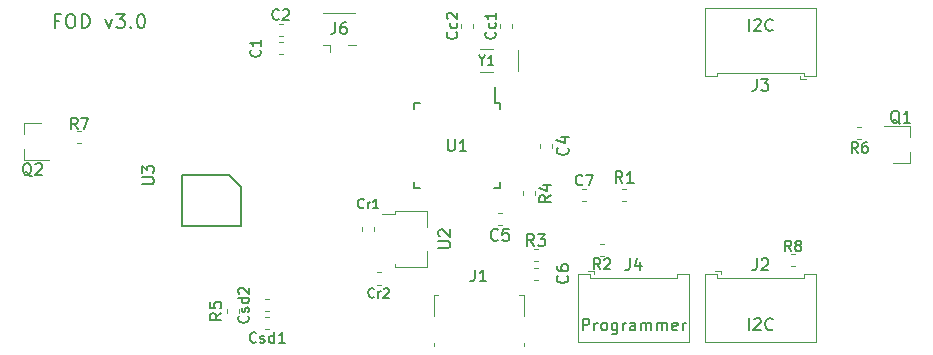
<source format=gto>
G04 #@! TF.GenerationSoftware,KiCad,Pcbnew,5.99.0-unknown-c7daca1~86~ubuntu18.04.1*
G04 #@! TF.CreationDate,2020-03-27T13:13:07-03:00*
G04 #@! TF.ProjectId,FOD,464f442e-6b69-4636-9164-5f7063625858,rev?*
G04 #@! TF.SameCoordinates,Original*
G04 #@! TF.FileFunction,Legend,Top*
G04 #@! TF.FilePolarity,Positive*
%FSLAX46Y46*%
G04 Gerber Fmt 4.6, Leading zero omitted, Abs format (unit mm)*
G04 Created by KiCad (PCBNEW 5.99.0-unknown-c7daca1~86~ubuntu18.04.1) date 2020-03-27 13:13:07*
%MOMM*%
%LPD*%
G01*
G04 APERTURE LIST*
%ADD10C,0.200000*%
%ADD11C,0.120000*%
%ADD12C,0.150000*%
G04 APERTURE END LIST*
D10*
X106750000Y-81414285D02*
X106350000Y-81414285D01*
X106350000Y-82042857D02*
X106350000Y-80842857D01*
X106921428Y-80842857D01*
X107607142Y-80842857D02*
X107835714Y-80842857D01*
X107950000Y-80900000D01*
X108064285Y-81014285D01*
X108121428Y-81242857D01*
X108121428Y-81642857D01*
X108064285Y-81871428D01*
X107950000Y-81985714D01*
X107835714Y-82042857D01*
X107607142Y-82042857D01*
X107492857Y-81985714D01*
X107378571Y-81871428D01*
X107321428Y-81642857D01*
X107321428Y-81242857D01*
X107378571Y-81014285D01*
X107492857Y-80900000D01*
X107607142Y-80842857D01*
X108635714Y-82042857D02*
X108635714Y-80842857D01*
X108921428Y-80842857D01*
X109092857Y-80900000D01*
X109207142Y-81014285D01*
X109264285Y-81128571D01*
X109321428Y-81357142D01*
X109321428Y-81528571D01*
X109264285Y-81757142D01*
X109207142Y-81871428D01*
X109092857Y-81985714D01*
X108921428Y-82042857D01*
X108635714Y-82042857D01*
X110635714Y-81242857D02*
X110921428Y-82042857D01*
X111207142Y-81242857D01*
X111550000Y-80842857D02*
X112292857Y-80842857D01*
X111892857Y-81300000D01*
X112064285Y-81300000D01*
X112178571Y-81357142D01*
X112235714Y-81414285D01*
X112292857Y-81528571D01*
X112292857Y-81814285D01*
X112235714Y-81928571D01*
X112178571Y-81985714D01*
X112064285Y-82042857D01*
X111721428Y-82042857D01*
X111607142Y-81985714D01*
X111550000Y-81928571D01*
X112807142Y-81928571D02*
X112864285Y-81985714D01*
X112807142Y-82042857D01*
X112750000Y-81985714D01*
X112807142Y-81928571D01*
X112807142Y-82042857D01*
X113607142Y-80842857D02*
X113721428Y-80842857D01*
X113835714Y-80900000D01*
X113892857Y-80957142D01*
X113950000Y-81071428D01*
X114007142Y-81300000D01*
X114007142Y-81585714D01*
X113950000Y-81814285D01*
X113892857Y-81928571D01*
X113835714Y-81985714D01*
X113721428Y-82042857D01*
X113607142Y-82042857D01*
X113492857Y-81985714D01*
X113435714Y-81928571D01*
X113378571Y-81814285D01*
X113321428Y-81585714D01*
X113321428Y-81300000D01*
X113378571Y-81071428D01*
X113435714Y-80957142D01*
X113492857Y-80900000D01*
X113607142Y-80842857D01*
D11*
X168703733Y-101190000D02*
X169046267Y-101190000D01*
X168703733Y-102210000D02*
X169046267Y-102210000D01*
X145625000Y-85700000D02*
X145625000Y-83900000D01*
X143475000Y-83850000D02*
X142375000Y-83850000D01*
X143475000Y-85750000D02*
X142375000Y-85750000D01*
D12*
X122150000Y-95500000D02*
X121150000Y-94500000D01*
X117150000Y-94500000D02*
X121150000Y-94500000D01*
X122150000Y-95500000D02*
X122150000Y-98800000D01*
X122150000Y-98800000D02*
X117130480Y-98800000D01*
X117150000Y-98800000D02*
X117150000Y-94500000D01*
D11*
X135190000Y-102260000D02*
X135190000Y-102030000D01*
X135190000Y-97540000D02*
X135190000Y-97770000D01*
X135190000Y-97540000D02*
X137910000Y-97540000D01*
X137910000Y-97540000D02*
X137910000Y-98850000D01*
X134050000Y-97770000D02*
X135190000Y-97770000D01*
X137910000Y-102260000D02*
X135190000Y-102260000D01*
X137910000Y-100950000D02*
X137910000Y-102260000D01*
D12*
X143625000Y-88375000D02*
X143625000Y-87000000D01*
X144050000Y-95625000D02*
X144050000Y-95100000D01*
X136800000Y-95625000D02*
X136800000Y-95100000D01*
X136800000Y-88375000D02*
X136800000Y-88900000D01*
X144050000Y-88375000D02*
X144050000Y-88900000D01*
X136800000Y-88375000D02*
X137325000Y-88375000D01*
X136800000Y-95625000D02*
X137325000Y-95625000D01*
X144050000Y-95625000D02*
X143525000Y-95625000D01*
X144050000Y-88375000D02*
X143625000Y-88375000D01*
D11*
X108278733Y-91810000D02*
X108621267Y-91810000D01*
X108278733Y-90790000D02*
X108621267Y-90790000D01*
X174671267Y-90440000D02*
X174328733Y-90440000D01*
X174671267Y-91460000D02*
X174328733Y-91460000D01*
X121960000Y-106171267D02*
X121960000Y-105828733D01*
X120940000Y-106171267D02*
X120940000Y-105828733D01*
X145990000Y-95878733D02*
X145990000Y-96221267D01*
X147010000Y-95878733D02*
X147010000Y-96221267D01*
X147271267Y-100790000D02*
X146928733Y-100790000D01*
X147271267Y-101810000D02*
X146928733Y-101810000D01*
X152871267Y-100290000D02*
X152528733Y-100290000D01*
X152871267Y-101310000D02*
X152528733Y-101310000D01*
X154428733Y-96660000D02*
X154771267Y-96660000D01*
X154428733Y-95640000D02*
X154771267Y-95640000D01*
X103740000Y-90070000D02*
X105200000Y-90070000D01*
X103740000Y-93230000D02*
X105900000Y-93230000D01*
X103740000Y-93230000D02*
X103740000Y-92300000D01*
X103740000Y-90070000D02*
X103740000Y-91000000D01*
X178760000Y-93480000D02*
X177300000Y-93480000D01*
X178760000Y-90320000D02*
X176600000Y-90320000D01*
X178760000Y-90320000D02*
X178760000Y-91250000D01*
X178760000Y-93480000D02*
X178760000Y-92550000D01*
X129050000Y-83485000D02*
X129690000Y-83485000D01*
X131850000Y-83485000D02*
X131210000Y-83485000D01*
X129690000Y-83485000D02*
X129690000Y-84115000D01*
X129100000Y-80765000D02*
X131800000Y-80765000D01*
X160110000Y-108610000D02*
X155375000Y-108610000D01*
X160110000Y-102890000D02*
X160110000Y-108610000D01*
X159040000Y-102890000D02*
X160110000Y-102890000D01*
X159040000Y-103190000D02*
X159040000Y-102890000D01*
X155375000Y-103190000D02*
X159040000Y-103190000D01*
X150640000Y-108610000D02*
X155375000Y-108610000D01*
X150640000Y-102890000D02*
X150640000Y-108610000D01*
X151710000Y-102890000D02*
X150640000Y-102890000D01*
X151710000Y-103190000D02*
X151710000Y-102890000D01*
X155375000Y-103190000D02*
X151710000Y-103190000D01*
X152000000Y-102600000D02*
X151500000Y-102600000D01*
X152000000Y-102900000D02*
X152000000Y-102600000D01*
X161390000Y-80390000D02*
X166125000Y-80390000D01*
X161390000Y-86110000D02*
X161390000Y-80390000D01*
X162460000Y-86110000D02*
X161390000Y-86110000D01*
X162460000Y-85810000D02*
X162460000Y-86110000D01*
X166125000Y-85810000D02*
X162460000Y-85810000D01*
X170860000Y-80390000D02*
X166125000Y-80390000D01*
X170860000Y-86110000D02*
X170860000Y-80390000D01*
X169790000Y-86110000D02*
X170860000Y-86110000D01*
X169790000Y-85810000D02*
X169790000Y-86110000D01*
X166125000Y-85810000D02*
X169790000Y-85810000D01*
X169500000Y-86400000D02*
X170000000Y-86400000D01*
X169500000Y-86100000D02*
X169500000Y-86400000D01*
X170860000Y-108610000D02*
X166125000Y-108610000D01*
X170860000Y-102890000D02*
X170860000Y-108610000D01*
X169790000Y-102890000D02*
X170860000Y-102890000D01*
X169790000Y-103190000D02*
X169790000Y-102890000D01*
X166125000Y-103190000D02*
X169790000Y-103190000D01*
X161390000Y-108610000D02*
X166125000Y-108610000D01*
X161390000Y-102890000D02*
X161390000Y-108610000D01*
X162460000Y-102890000D02*
X161390000Y-102890000D01*
X162460000Y-103190000D02*
X162460000Y-102890000D01*
X166125000Y-103190000D02*
X162460000Y-103190000D01*
X162750000Y-102600000D02*
X162250000Y-102600000D01*
X162750000Y-102900000D02*
X162750000Y-102600000D01*
X138440000Y-108950000D02*
X138440000Y-108690000D01*
X138440000Y-106410000D02*
X138440000Y-104640000D01*
X138440000Y-104640000D02*
X138820000Y-104640000D01*
X146060000Y-104640000D02*
X146060000Y-106410000D01*
X146060000Y-108690000D02*
X146060000Y-108950000D01*
X146060000Y-104640000D02*
X145680000Y-104640000D01*
X124178733Y-106010000D02*
X124521267Y-106010000D01*
X124178733Y-104990000D02*
X124521267Y-104990000D01*
X124178733Y-107560000D02*
X124521267Y-107560000D01*
X124178733Y-106540000D02*
X124521267Y-106540000D01*
X133971267Y-102740000D02*
X133628733Y-102740000D01*
X133971267Y-103760000D02*
X133628733Y-103760000D01*
X133410000Y-99221267D02*
X133410000Y-98878733D01*
X132390000Y-99221267D02*
X132390000Y-98878733D01*
X141810000Y-82021267D02*
X141810000Y-81678733D01*
X140790000Y-82021267D02*
X140790000Y-81678733D01*
X145060000Y-82021267D02*
X145060000Y-81678733D01*
X144040000Y-82021267D02*
X144040000Y-81678733D01*
X151371267Y-95640000D02*
X151028733Y-95640000D01*
X151371267Y-96660000D02*
X151028733Y-96660000D01*
X147271267Y-102340000D02*
X146928733Y-102340000D01*
X147271267Y-103360000D02*
X146928733Y-103360000D01*
X144221267Y-97740000D02*
X143878733Y-97740000D01*
X144221267Y-98760000D02*
X143878733Y-98760000D01*
X147490000Y-91828733D02*
X147490000Y-92171267D01*
X148510000Y-91828733D02*
X148510000Y-92171267D01*
X125328733Y-82710000D02*
X125671267Y-82710000D01*
X125328733Y-81690000D02*
X125671267Y-81690000D01*
X125328733Y-84260000D02*
X125671267Y-84260000D01*
X125328733Y-83240000D02*
X125671267Y-83240000D01*
D12*
X168725000Y-100957142D02*
X168425000Y-100528571D01*
X168210714Y-100957142D02*
X168210714Y-100057142D01*
X168553571Y-100057142D01*
X168639285Y-100100000D01*
X168682142Y-100142857D01*
X168725000Y-100228571D01*
X168725000Y-100357142D01*
X168682142Y-100442857D01*
X168639285Y-100485714D01*
X168553571Y-100528571D01*
X168210714Y-100528571D01*
X169239285Y-100442857D02*
X169153571Y-100400000D01*
X169110714Y-100357142D01*
X169067857Y-100271428D01*
X169067857Y-100228571D01*
X169110714Y-100142857D01*
X169153571Y-100100000D01*
X169239285Y-100057142D01*
X169410714Y-100057142D01*
X169496428Y-100100000D01*
X169539285Y-100142857D01*
X169582142Y-100228571D01*
X169582142Y-100271428D01*
X169539285Y-100357142D01*
X169496428Y-100400000D01*
X169410714Y-100442857D01*
X169239285Y-100442857D01*
X169153571Y-100485714D01*
X169110714Y-100528571D01*
X169067857Y-100614285D01*
X169067857Y-100785714D01*
X169110714Y-100871428D01*
X169153571Y-100914285D01*
X169239285Y-100957142D01*
X169410714Y-100957142D01*
X169496428Y-100914285D01*
X169539285Y-100871428D01*
X169582142Y-100785714D01*
X169582142Y-100614285D01*
X169539285Y-100528571D01*
X169496428Y-100485714D01*
X169410714Y-100442857D01*
X142544047Y-84780952D02*
X142544047Y-85161904D01*
X142277380Y-84361904D02*
X142544047Y-84780952D01*
X142810714Y-84361904D01*
X143496428Y-85161904D02*
X143039285Y-85161904D01*
X143267857Y-85161904D02*
X143267857Y-84361904D01*
X143191666Y-84476190D01*
X143115476Y-84552380D01*
X143039285Y-84590476D01*
X113773620Y-95264444D02*
X114583144Y-95264444D01*
X114678382Y-95216825D01*
X114726001Y-95169206D01*
X114773620Y-95073968D01*
X114773620Y-94883492D01*
X114726001Y-94788254D01*
X114678382Y-94740635D01*
X114583144Y-94693016D01*
X113773620Y-94693016D01*
X113773620Y-94312063D02*
X113773620Y-93693016D01*
X114154573Y-94026349D01*
X114154573Y-93883492D01*
X114202192Y-93788254D01*
X114249811Y-93740635D01*
X114345049Y-93693016D01*
X114583144Y-93693016D01*
X114678382Y-93740635D01*
X114726001Y-93788254D01*
X114773620Y-93883492D01*
X114773620Y-94169206D01*
X114726001Y-94264444D01*
X114678382Y-94312063D01*
X138852380Y-100661904D02*
X139661904Y-100661904D01*
X139757142Y-100614285D01*
X139804761Y-100566666D01*
X139852380Y-100471428D01*
X139852380Y-100280952D01*
X139804761Y-100185714D01*
X139757142Y-100138095D01*
X139661904Y-100090476D01*
X138852380Y-100090476D01*
X138947619Y-99661904D02*
X138900000Y-99614285D01*
X138852380Y-99519047D01*
X138852380Y-99280952D01*
X138900000Y-99185714D01*
X138947619Y-99138095D01*
X139042857Y-99090476D01*
X139138095Y-99090476D01*
X139280952Y-99138095D01*
X139852380Y-99709523D01*
X139852380Y-99090476D01*
X139643095Y-91452380D02*
X139643095Y-92261904D01*
X139690714Y-92357142D01*
X139738333Y-92404761D01*
X139833571Y-92452380D01*
X140024047Y-92452380D01*
X140119285Y-92404761D01*
X140166904Y-92357142D01*
X140214523Y-92261904D01*
X140214523Y-91452380D01*
X141214523Y-92452380D02*
X140643095Y-92452380D01*
X140928809Y-92452380D02*
X140928809Y-91452380D01*
X140833571Y-91595238D01*
X140738333Y-91690476D01*
X140643095Y-91738095D01*
X108300000Y-90557142D02*
X108000000Y-90128571D01*
X107785714Y-90557142D02*
X107785714Y-89657142D01*
X108128571Y-89657142D01*
X108214285Y-89700000D01*
X108257142Y-89742857D01*
X108300000Y-89828571D01*
X108300000Y-89957142D01*
X108257142Y-90042857D01*
X108214285Y-90085714D01*
X108128571Y-90128571D01*
X107785714Y-90128571D01*
X108600000Y-89657142D02*
X109200000Y-89657142D01*
X108814285Y-90557142D01*
X174350000Y-92607142D02*
X174050000Y-92178571D01*
X173835714Y-92607142D02*
X173835714Y-91707142D01*
X174178571Y-91707142D01*
X174264285Y-91750000D01*
X174307142Y-91792857D01*
X174350000Y-91878571D01*
X174350000Y-92007142D01*
X174307142Y-92092857D01*
X174264285Y-92135714D01*
X174178571Y-92178571D01*
X173835714Y-92178571D01*
X175121428Y-91707142D02*
X174950000Y-91707142D01*
X174864285Y-91750000D01*
X174821428Y-91792857D01*
X174735714Y-91921428D01*
X174692857Y-92092857D01*
X174692857Y-92435714D01*
X174735714Y-92521428D01*
X174778571Y-92564285D01*
X174864285Y-92607142D01*
X175035714Y-92607142D01*
X175121428Y-92564285D01*
X175164285Y-92521428D01*
X175207142Y-92435714D01*
X175207142Y-92221428D01*
X175164285Y-92135714D01*
X175121428Y-92092857D01*
X175035714Y-92050000D01*
X174864285Y-92050000D01*
X174778571Y-92092857D01*
X174735714Y-92135714D01*
X174692857Y-92221428D01*
X120472380Y-106166666D02*
X119996190Y-106500000D01*
X120472380Y-106738095D02*
X119472380Y-106738095D01*
X119472380Y-106357142D01*
X119520000Y-106261904D01*
X119567619Y-106214285D01*
X119662857Y-106166666D01*
X119805714Y-106166666D01*
X119900952Y-106214285D01*
X119948571Y-106261904D01*
X119996190Y-106357142D01*
X119996190Y-106738095D01*
X119472380Y-105261904D02*
X119472380Y-105738095D01*
X119948571Y-105785714D01*
X119900952Y-105738095D01*
X119853333Y-105642857D01*
X119853333Y-105404761D01*
X119900952Y-105309523D01*
X119948571Y-105261904D01*
X120043809Y-105214285D01*
X120281904Y-105214285D01*
X120377142Y-105261904D01*
X120424761Y-105309523D01*
X120472380Y-105404761D01*
X120472380Y-105642857D01*
X120424761Y-105738095D01*
X120377142Y-105785714D01*
X148382380Y-96216666D02*
X147906190Y-96550000D01*
X148382380Y-96788095D02*
X147382380Y-96788095D01*
X147382380Y-96407142D01*
X147430000Y-96311904D01*
X147477619Y-96264285D01*
X147572857Y-96216666D01*
X147715714Y-96216666D01*
X147810952Y-96264285D01*
X147858571Y-96311904D01*
X147906190Y-96407142D01*
X147906190Y-96788095D01*
X147715714Y-95359523D02*
X148382380Y-95359523D01*
X147334761Y-95597619D02*
X148049047Y-95835714D01*
X148049047Y-95216666D01*
X146933333Y-100502380D02*
X146600000Y-100026190D01*
X146361904Y-100502380D02*
X146361904Y-99502380D01*
X146742857Y-99502380D01*
X146838095Y-99550000D01*
X146885714Y-99597619D01*
X146933333Y-99692857D01*
X146933333Y-99835714D01*
X146885714Y-99930952D01*
X146838095Y-99978571D01*
X146742857Y-100026190D01*
X146361904Y-100026190D01*
X147266666Y-99502380D02*
X147885714Y-99502380D01*
X147552380Y-99883333D01*
X147695238Y-99883333D01*
X147790476Y-99930952D01*
X147838095Y-99978571D01*
X147885714Y-100073809D01*
X147885714Y-100311904D01*
X147838095Y-100407142D01*
X147790476Y-100454761D01*
X147695238Y-100502380D01*
X147409523Y-100502380D01*
X147314285Y-100454761D01*
X147266666Y-100407142D01*
X152550000Y-102457142D02*
X152250000Y-102028571D01*
X152035714Y-102457142D02*
X152035714Y-101557142D01*
X152378571Y-101557142D01*
X152464285Y-101600000D01*
X152507142Y-101642857D01*
X152550000Y-101728571D01*
X152550000Y-101857142D01*
X152507142Y-101942857D01*
X152464285Y-101985714D01*
X152378571Y-102028571D01*
X152035714Y-102028571D01*
X152892857Y-101642857D02*
X152935714Y-101600000D01*
X153021428Y-101557142D01*
X153235714Y-101557142D01*
X153321428Y-101600000D01*
X153364285Y-101642857D01*
X153407142Y-101728571D01*
X153407142Y-101814285D01*
X153364285Y-101942857D01*
X152850000Y-102457142D01*
X153407142Y-102457142D01*
X154433333Y-95172380D02*
X154100000Y-94696190D01*
X153861904Y-95172380D02*
X153861904Y-94172380D01*
X154242857Y-94172380D01*
X154338095Y-94220000D01*
X154385714Y-94267619D01*
X154433333Y-94362857D01*
X154433333Y-94505714D01*
X154385714Y-94600952D01*
X154338095Y-94648571D01*
X154242857Y-94696190D01*
X153861904Y-94696190D01*
X155385714Y-95172380D02*
X154814285Y-95172380D01*
X155100000Y-95172380D02*
X155100000Y-94172380D01*
X155004761Y-94315238D01*
X154909523Y-94410476D01*
X154814285Y-94458095D01*
X104404761Y-94597619D02*
X104309523Y-94550000D01*
X104214285Y-94454761D01*
X104071428Y-94311904D01*
X103976190Y-94264285D01*
X103880952Y-94264285D01*
X103928571Y-94502380D02*
X103833333Y-94454761D01*
X103738095Y-94359523D01*
X103690476Y-94169047D01*
X103690476Y-93835714D01*
X103738095Y-93645238D01*
X103833333Y-93550000D01*
X103928571Y-93502380D01*
X104119047Y-93502380D01*
X104214285Y-93550000D01*
X104309523Y-93645238D01*
X104357142Y-93835714D01*
X104357142Y-94169047D01*
X104309523Y-94359523D01*
X104214285Y-94454761D01*
X104119047Y-94502380D01*
X103928571Y-94502380D01*
X104738095Y-93597619D02*
X104785714Y-93550000D01*
X104880952Y-93502380D01*
X105119047Y-93502380D01*
X105214285Y-93550000D01*
X105261904Y-93597619D01*
X105309523Y-93692857D01*
X105309523Y-93788095D01*
X105261904Y-93930952D01*
X104690476Y-94502380D01*
X105309523Y-94502380D01*
X177904761Y-90147619D02*
X177809523Y-90100000D01*
X177714285Y-90004761D01*
X177571428Y-89861904D01*
X177476190Y-89814285D01*
X177380952Y-89814285D01*
X177428571Y-90052380D02*
X177333333Y-90004761D01*
X177238095Y-89909523D01*
X177190476Y-89719047D01*
X177190476Y-89385714D01*
X177238095Y-89195238D01*
X177333333Y-89100000D01*
X177428571Y-89052380D01*
X177619047Y-89052380D01*
X177714285Y-89100000D01*
X177809523Y-89195238D01*
X177857142Y-89385714D01*
X177857142Y-89719047D01*
X177809523Y-89909523D01*
X177714285Y-90004761D01*
X177619047Y-90052380D01*
X177428571Y-90052380D01*
X178809523Y-90052380D02*
X178238095Y-90052380D01*
X178523809Y-90052380D02*
X178523809Y-89052380D01*
X178428571Y-89195238D01*
X178333333Y-89290476D01*
X178238095Y-89338095D01*
X130116666Y-81552380D02*
X130116666Y-82266666D01*
X130069047Y-82409523D01*
X129973809Y-82504761D01*
X129830952Y-82552380D01*
X129735714Y-82552380D01*
X131021428Y-81552380D02*
X130830952Y-81552380D01*
X130735714Y-81600000D01*
X130688095Y-81647619D01*
X130592857Y-81790476D01*
X130545238Y-81980952D01*
X130545238Y-82361904D01*
X130592857Y-82457142D01*
X130640476Y-82504761D01*
X130735714Y-82552380D01*
X130926190Y-82552380D01*
X131021428Y-82504761D01*
X131069047Y-82457142D01*
X131116666Y-82361904D01*
X131116666Y-82123809D01*
X131069047Y-82028571D01*
X131021428Y-81980952D01*
X130926190Y-81933333D01*
X130735714Y-81933333D01*
X130640476Y-81980952D01*
X130592857Y-82028571D01*
X130545238Y-82123809D01*
X155036666Y-101552380D02*
X155036666Y-102266666D01*
X154989047Y-102409523D01*
X154893809Y-102504761D01*
X154750952Y-102552380D01*
X154655714Y-102552380D01*
X155941428Y-101885714D02*
X155941428Y-102552380D01*
X155703333Y-101504761D02*
X155465238Y-102219047D01*
X156084285Y-102219047D01*
X151060476Y-107652380D02*
X151060476Y-106652380D01*
X151441428Y-106652380D01*
X151536666Y-106700000D01*
X151584285Y-106747619D01*
X151631904Y-106842857D01*
X151631904Y-106985714D01*
X151584285Y-107080952D01*
X151536666Y-107128571D01*
X151441428Y-107176190D01*
X151060476Y-107176190D01*
X152060476Y-107652380D02*
X152060476Y-106985714D01*
X152060476Y-107176190D02*
X152108095Y-107080952D01*
X152155714Y-107033333D01*
X152250952Y-106985714D01*
X152346190Y-106985714D01*
X152822380Y-107652380D02*
X152727142Y-107604761D01*
X152679523Y-107557142D01*
X152631904Y-107461904D01*
X152631904Y-107176190D01*
X152679523Y-107080952D01*
X152727142Y-107033333D01*
X152822380Y-106985714D01*
X152965238Y-106985714D01*
X153060476Y-107033333D01*
X153108095Y-107080952D01*
X153155714Y-107176190D01*
X153155714Y-107461904D01*
X153108095Y-107557142D01*
X153060476Y-107604761D01*
X152965238Y-107652380D01*
X152822380Y-107652380D01*
X154012857Y-106985714D02*
X154012857Y-107795238D01*
X153965238Y-107890476D01*
X153917619Y-107938095D01*
X153822380Y-107985714D01*
X153679523Y-107985714D01*
X153584285Y-107938095D01*
X154012857Y-107604761D02*
X153917619Y-107652380D01*
X153727142Y-107652380D01*
X153631904Y-107604761D01*
X153584285Y-107557142D01*
X153536666Y-107461904D01*
X153536666Y-107176190D01*
X153584285Y-107080952D01*
X153631904Y-107033333D01*
X153727142Y-106985714D01*
X153917619Y-106985714D01*
X154012857Y-107033333D01*
X154489047Y-107652380D02*
X154489047Y-106985714D01*
X154489047Y-107176190D02*
X154536666Y-107080952D01*
X154584285Y-107033333D01*
X154679523Y-106985714D01*
X154774761Y-106985714D01*
X155536666Y-107652380D02*
X155536666Y-107128571D01*
X155489047Y-107033333D01*
X155393809Y-106985714D01*
X155203333Y-106985714D01*
X155108095Y-107033333D01*
X155536666Y-107604761D02*
X155441428Y-107652380D01*
X155203333Y-107652380D01*
X155108095Y-107604761D01*
X155060476Y-107509523D01*
X155060476Y-107414285D01*
X155108095Y-107319047D01*
X155203333Y-107271428D01*
X155441428Y-107271428D01*
X155536666Y-107223809D01*
X156012857Y-107652380D02*
X156012857Y-106985714D01*
X156012857Y-107080952D02*
X156060476Y-107033333D01*
X156155714Y-106985714D01*
X156298571Y-106985714D01*
X156393809Y-107033333D01*
X156441428Y-107128571D01*
X156441428Y-107652380D01*
X156441428Y-107128571D02*
X156489047Y-107033333D01*
X156584285Y-106985714D01*
X156727142Y-106985714D01*
X156822380Y-107033333D01*
X156870000Y-107128571D01*
X156870000Y-107652380D01*
X157346190Y-107652380D02*
X157346190Y-106985714D01*
X157346190Y-107080952D02*
X157393809Y-107033333D01*
X157489047Y-106985714D01*
X157631904Y-106985714D01*
X157727142Y-107033333D01*
X157774761Y-107128571D01*
X157774761Y-107652380D01*
X157774761Y-107128571D02*
X157822380Y-107033333D01*
X157917619Y-106985714D01*
X158060476Y-106985714D01*
X158155714Y-107033333D01*
X158203333Y-107128571D01*
X158203333Y-107652380D01*
X159060476Y-107604761D02*
X158965238Y-107652380D01*
X158774761Y-107652380D01*
X158679523Y-107604761D01*
X158631904Y-107509523D01*
X158631904Y-107128571D01*
X158679523Y-107033333D01*
X158774761Y-106985714D01*
X158965238Y-106985714D01*
X159060476Y-107033333D01*
X159108095Y-107128571D01*
X159108095Y-107223809D01*
X158631904Y-107319047D01*
X159536666Y-107652380D02*
X159536666Y-106985714D01*
X159536666Y-107176190D02*
X159584285Y-107080952D01*
X159631904Y-107033333D01*
X159727142Y-106985714D01*
X159822380Y-106985714D01*
X165796666Y-86352380D02*
X165796666Y-87066666D01*
X165749047Y-87209523D01*
X165653809Y-87304761D01*
X165510952Y-87352380D01*
X165415714Y-87352380D01*
X166177619Y-86352380D02*
X166796666Y-86352380D01*
X166463333Y-86733333D01*
X166606190Y-86733333D01*
X166701428Y-86780952D01*
X166749047Y-86828571D01*
X166796666Y-86923809D01*
X166796666Y-87161904D01*
X166749047Y-87257142D01*
X166701428Y-87304761D01*
X166606190Y-87352380D01*
X166320476Y-87352380D01*
X166225238Y-87304761D01*
X166177619Y-87257142D01*
X165153809Y-82282380D02*
X165153809Y-81282380D01*
X165582380Y-81377619D02*
X165630000Y-81330000D01*
X165725238Y-81282380D01*
X165963333Y-81282380D01*
X166058571Y-81330000D01*
X166106190Y-81377619D01*
X166153809Y-81472857D01*
X166153809Y-81568095D01*
X166106190Y-81710952D01*
X165534761Y-82282380D01*
X166153809Y-82282380D01*
X167153809Y-82187142D02*
X167106190Y-82234761D01*
X166963333Y-82282380D01*
X166868095Y-82282380D01*
X166725238Y-82234761D01*
X166630000Y-82139523D01*
X166582380Y-82044285D01*
X166534761Y-81853809D01*
X166534761Y-81710952D01*
X166582380Y-81520476D01*
X166630000Y-81425238D01*
X166725238Y-81330000D01*
X166868095Y-81282380D01*
X166963333Y-81282380D01*
X167106190Y-81330000D01*
X167153809Y-81377619D01*
X165786666Y-101552380D02*
X165786666Y-102266666D01*
X165739047Y-102409523D01*
X165643809Y-102504761D01*
X165500952Y-102552380D01*
X165405714Y-102552380D01*
X166215238Y-101647619D02*
X166262857Y-101600000D01*
X166358095Y-101552380D01*
X166596190Y-101552380D01*
X166691428Y-101600000D01*
X166739047Y-101647619D01*
X166786666Y-101742857D01*
X166786666Y-101838095D01*
X166739047Y-101980952D01*
X166167619Y-102552380D01*
X166786666Y-102552380D01*
X165143809Y-107622380D02*
X165143809Y-106622380D01*
X165572380Y-106717619D02*
X165620000Y-106670000D01*
X165715238Y-106622380D01*
X165953333Y-106622380D01*
X166048571Y-106670000D01*
X166096190Y-106717619D01*
X166143809Y-106812857D01*
X166143809Y-106908095D01*
X166096190Y-107050952D01*
X165524761Y-107622380D01*
X166143809Y-107622380D01*
X167143809Y-107527142D02*
X167096190Y-107574761D01*
X166953333Y-107622380D01*
X166858095Y-107622380D01*
X166715238Y-107574761D01*
X166620000Y-107479523D01*
X166572380Y-107384285D01*
X166524761Y-107193809D01*
X166524761Y-107050952D01*
X166572380Y-106860476D01*
X166620000Y-106765238D01*
X166715238Y-106670000D01*
X166858095Y-106622380D01*
X166953333Y-106622380D01*
X167096190Y-106670000D01*
X167143809Y-106717619D01*
X141916666Y-102502380D02*
X141916666Y-103216666D01*
X141869047Y-103359523D01*
X141773809Y-103454761D01*
X141630952Y-103502380D01*
X141535714Y-103502380D01*
X142916666Y-103502380D02*
X142345238Y-103502380D01*
X142630952Y-103502380D02*
X142630952Y-102502380D01*
X142535714Y-102645238D01*
X142440476Y-102740476D01*
X142345238Y-102788095D01*
X122721428Y-106421428D02*
X122764285Y-106464285D01*
X122807142Y-106592857D01*
X122807142Y-106678571D01*
X122764285Y-106807142D01*
X122678571Y-106892857D01*
X122592857Y-106935714D01*
X122421428Y-106978571D01*
X122292857Y-106978571D01*
X122121428Y-106935714D01*
X122035714Y-106892857D01*
X121950000Y-106807142D01*
X121907142Y-106678571D01*
X121907142Y-106592857D01*
X121950000Y-106464285D01*
X121992857Y-106421428D01*
X122764285Y-106078571D02*
X122807142Y-105992857D01*
X122807142Y-105821428D01*
X122764285Y-105735714D01*
X122678571Y-105692857D01*
X122635714Y-105692857D01*
X122550000Y-105735714D01*
X122507142Y-105821428D01*
X122507142Y-105950000D01*
X122464285Y-106035714D01*
X122378571Y-106078571D01*
X122335714Y-106078571D01*
X122250000Y-106035714D01*
X122207142Y-105950000D01*
X122207142Y-105821428D01*
X122250000Y-105735714D01*
X122807142Y-104921428D02*
X121907142Y-104921428D01*
X122764285Y-104921428D02*
X122807142Y-105007142D01*
X122807142Y-105178571D01*
X122764285Y-105264285D01*
X122721428Y-105307142D01*
X122635714Y-105350000D01*
X122378571Y-105350000D01*
X122292857Y-105307142D01*
X122250000Y-105264285D01*
X122207142Y-105178571D01*
X122207142Y-105007142D01*
X122250000Y-104921428D01*
X121992857Y-104535714D02*
X121950000Y-104492857D01*
X121907142Y-104407142D01*
X121907142Y-104192857D01*
X121950000Y-104107142D01*
X121992857Y-104064285D01*
X122078571Y-104021428D01*
X122164285Y-104021428D01*
X122292857Y-104064285D01*
X122807142Y-104578571D01*
X122807142Y-104021428D01*
X123428571Y-108621428D02*
X123385714Y-108664285D01*
X123257142Y-108707142D01*
X123171428Y-108707142D01*
X123042857Y-108664285D01*
X122957142Y-108578571D01*
X122914285Y-108492857D01*
X122871428Y-108321428D01*
X122871428Y-108192857D01*
X122914285Y-108021428D01*
X122957142Y-107935714D01*
X123042857Y-107850000D01*
X123171428Y-107807142D01*
X123257142Y-107807142D01*
X123385714Y-107850000D01*
X123428571Y-107892857D01*
X123771428Y-108664285D02*
X123857142Y-108707142D01*
X124028571Y-108707142D01*
X124114285Y-108664285D01*
X124157142Y-108578571D01*
X124157142Y-108535714D01*
X124114285Y-108450000D01*
X124028571Y-108407142D01*
X123900000Y-108407142D01*
X123814285Y-108364285D01*
X123771428Y-108278571D01*
X123771428Y-108235714D01*
X123814285Y-108150000D01*
X123900000Y-108107142D01*
X124028571Y-108107142D01*
X124114285Y-108150000D01*
X124928571Y-108707142D02*
X124928571Y-107807142D01*
X124928571Y-108664285D02*
X124842857Y-108707142D01*
X124671428Y-108707142D01*
X124585714Y-108664285D01*
X124542857Y-108621428D01*
X124500000Y-108535714D01*
X124500000Y-108278571D01*
X124542857Y-108192857D01*
X124585714Y-108150000D01*
X124671428Y-108107142D01*
X124842857Y-108107142D01*
X124928571Y-108150000D01*
X125828571Y-108707142D02*
X125314285Y-108707142D01*
X125571428Y-108707142D02*
X125571428Y-107807142D01*
X125485714Y-107935714D01*
X125400000Y-108021428D01*
X125314285Y-108064285D01*
X133419047Y-104785714D02*
X133380952Y-104823809D01*
X133266666Y-104861904D01*
X133190476Y-104861904D01*
X133076190Y-104823809D01*
X133000000Y-104747619D01*
X132961904Y-104671428D01*
X132923809Y-104519047D01*
X132923809Y-104404761D01*
X132961904Y-104252380D01*
X133000000Y-104176190D01*
X133076190Y-104100000D01*
X133190476Y-104061904D01*
X133266666Y-104061904D01*
X133380952Y-104100000D01*
X133419047Y-104138095D01*
X133761904Y-104861904D02*
X133761904Y-104328571D01*
X133761904Y-104480952D02*
X133800000Y-104404761D01*
X133838095Y-104366666D01*
X133914285Y-104328571D01*
X133990476Y-104328571D01*
X134219047Y-104138095D02*
X134257142Y-104100000D01*
X134333333Y-104061904D01*
X134523809Y-104061904D01*
X134600000Y-104100000D01*
X134638095Y-104138095D01*
X134676190Y-104214285D01*
X134676190Y-104290476D01*
X134638095Y-104404761D01*
X134180952Y-104861904D01*
X134676190Y-104861904D01*
X132519047Y-97235714D02*
X132480952Y-97273809D01*
X132366666Y-97311904D01*
X132290476Y-97311904D01*
X132176190Y-97273809D01*
X132100000Y-97197619D01*
X132061904Y-97121428D01*
X132023809Y-96969047D01*
X132023809Y-96854761D01*
X132061904Y-96702380D01*
X132100000Y-96626190D01*
X132176190Y-96550000D01*
X132290476Y-96511904D01*
X132366666Y-96511904D01*
X132480952Y-96550000D01*
X132519047Y-96588095D01*
X132861904Y-97311904D02*
X132861904Y-96778571D01*
X132861904Y-96930952D02*
X132900000Y-96854761D01*
X132938095Y-96816666D01*
X133014285Y-96778571D01*
X133090476Y-96778571D01*
X133776190Y-97311904D02*
X133319047Y-97311904D01*
X133547619Y-97311904D02*
X133547619Y-96511904D01*
X133471428Y-96626190D01*
X133395238Y-96702380D01*
X133319047Y-96740476D01*
X140371428Y-82385714D02*
X140414285Y-82428571D01*
X140457142Y-82557142D01*
X140457142Y-82642857D01*
X140414285Y-82771428D01*
X140328571Y-82857142D01*
X140242857Y-82900000D01*
X140071428Y-82942857D01*
X139942857Y-82942857D01*
X139771428Y-82900000D01*
X139685714Y-82857142D01*
X139600000Y-82771428D01*
X139557142Y-82642857D01*
X139557142Y-82557142D01*
X139600000Y-82428571D01*
X139642857Y-82385714D01*
X140414285Y-81614285D02*
X140457142Y-81700000D01*
X140457142Y-81871428D01*
X140414285Y-81957142D01*
X140371428Y-82000000D01*
X140285714Y-82042857D01*
X140028571Y-82042857D01*
X139942857Y-82000000D01*
X139900000Y-81957142D01*
X139857142Y-81871428D01*
X139857142Y-81700000D01*
X139900000Y-81614285D01*
X139642857Y-81271428D02*
X139600000Y-81228571D01*
X139557142Y-81142857D01*
X139557142Y-80928571D01*
X139600000Y-80842857D01*
X139642857Y-80800000D01*
X139728571Y-80757142D01*
X139814285Y-80757142D01*
X139942857Y-80800000D01*
X140457142Y-81314285D01*
X140457142Y-80757142D01*
X143621428Y-82385714D02*
X143664285Y-82428571D01*
X143707142Y-82557142D01*
X143707142Y-82642857D01*
X143664285Y-82771428D01*
X143578571Y-82857142D01*
X143492857Y-82900000D01*
X143321428Y-82942857D01*
X143192857Y-82942857D01*
X143021428Y-82900000D01*
X142935714Y-82857142D01*
X142850000Y-82771428D01*
X142807142Y-82642857D01*
X142807142Y-82557142D01*
X142850000Y-82428571D01*
X142892857Y-82385714D01*
X143664285Y-81614285D02*
X143707142Y-81700000D01*
X143707142Y-81871428D01*
X143664285Y-81957142D01*
X143621428Y-82000000D01*
X143535714Y-82042857D01*
X143278571Y-82042857D01*
X143192857Y-82000000D01*
X143150000Y-81957142D01*
X143107142Y-81871428D01*
X143107142Y-81700000D01*
X143150000Y-81614285D01*
X143707142Y-80757142D02*
X143707142Y-81271428D01*
X143707142Y-81014285D02*
X142807142Y-81014285D01*
X142935714Y-81100000D01*
X143021428Y-81185714D01*
X143064285Y-81271428D01*
X151050000Y-95271428D02*
X151007142Y-95314285D01*
X150878571Y-95357142D01*
X150792857Y-95357142D01*
X150664285Y-95314285D01*
X150578571Y-95228571D01*
X150535714Y-95142857D01*
X150492857Y-94971428D01*
X150492857Y-94842857D01*
X150535714Y-94671428D01*
X150578571Y-94585714D01*
X150664285Y-94500000D01*
X150792857Y-94457142D01*
X150878571Y-94457142D01*
X151007142Y-94500000D01*
X151050000Y-94542857D01*
X151350000Y-94457142D02*
X151950000Y-94457142D01*
X151564285Y-95357142D01*
X149757142Y-103016666D02*
X149804761Y-103064285D01*
X149852380Y-103207142D01*
X149852380Y-103302380D01*
X149804761Y-103445238D01*
X149709523Y-103540476D01*
X149614285Y-103588095D01*
X149423809Y-103635714D01*
X149280952Y-103635714D01*
X149090476Y-103588095D01*
X148995238Y-103540476D01*
X148900000Y-103445238D01*
X148852380Y-103302380D01*
X148852380Y-103207142D01*
X148900000Y-103064285D01*
X148947619Y-103016666D01*
X148852380Y-102159523D02*
X148852380Y-102350000D01*
X148900000Y-102445238D01*
X148947619Y-102492857D01*
X149090476Y-102588095D01*
X149280952Y-102635714D01*
X149661904Y-102635714D01*
X149757142Y-102588095D01*
X149804761Y-102540476D01*
X149852380Y-102445238D01*
X149852380Y-102254761D01*
X149804761Y-102159523D01*
X149757142Y-102111904D01*
X149661904Y-102064285D01*
X149423809Y-102064285D01*
X149328571Y-102111904D01*
X149280952Y-102159523D01*
X149233333Y-102254761D01*
X149233333Y-102445238D01*
X149280952Y-102540476D01*
X149328571Y-102588095D01*
X149423809Y-102635714D01*
X143883333Y-99957142D02*
X143835714Y-100004761D01*
X143692857Y-100052380D01*
X143597619Y-100052380D01*
X143454761Y-100004761D01*
X143359523Y-99909523D01*
X143311904Y-99814285D01*
X143264285Y-99623809D01*
X143264285Y-99480952D01*
X143311904Y-99290476D01*
X143359523Y-99195238D01*
X143454761Y-99100000D01*
X143597619Y-99052380D01*
X143692857Y-99052380D01*
X143835714Y-99100000D01*
X143883333Y-99147619D01*
X144788095Y-99052380D02*
X144311904Y-99052380D01*
X144264285Y-99528571D01*
X144311904Y-99480952D01*
X144407142Y-99433333D01*
X144645238Y-99433333D01*
X144740476Y-99480952D01*
X144788095Y-99528571D01*
X144835714Y-99623809D01*
X144835714Y-99861904D01*
X144788095Y-99957142D01*
X144740476Y-100004761D01*
X144645238Y-100052380D01*
X144407142Y-100052380D01*
X144311904Y-100004761D01*
X144264285Y-99957142D01*
X149787142Y-92166666D02*
X149834761Y-92214285D01*
X149882380Y-92357142D01*
X149882380Y-92452380D01*
X149834761Y-92595238D01*
X149739523Y-92690476D01*
X149644285Y-92738095D01*
X149453809Y-92785714D01*
X149310952Y-92785714D01*
X149120476Y-92738095D01*
X149025238Y-92690476D01*
X148930000Y-92595238D01*
X148882380Y-92452380D01*
X148882380Y-92357142D01*
X148930000Y-92214285D01*
X148977619Y-92166666D01*
X149215714Y-91309523D02*
X149882380Y-91309523D01*
X148834761Y-91547619D02*
X149549047Y-91785714D01*
X149549047Y-91166666D01*
X125350000Y-81271428D02*
X125307142Y-81314285D01*
X125178571Y-81357142D01*
X125092857Y-81357142D01*
X124964285Y-81314285D01*
X124878571Y-81228571D01*
X124835714Y-81142857D01*
X124792857Y-80971428D01*
X124792857Y-80842857D01*
X124835714Y-80671428D01*
X124878571Y-80585714D01*
X124964285Y-80500000D01*
X125092857Y-80457142D01*
X125178571Y-80457142D01*
X125307142Y-80500000D01*
X125350000Y-80542857D01*
X125692857Y-80542857D02*
X125735714Y-80500000D01*
X125821428Y-80457142D01*
X126035714Y-80457142D01*
X126121428Y-80500000D01*
X126164285Y-80542857D01*
X126207142Y-80628571D01*
X126207142Y-80714285D01*
X126164285Y-80842857D01*
X125650000Y-81357142D01*
X126207142Y-81357142D01*
X123721428Y-83900000D02*
X123764285Y-83942857D01*
X123807142Y-84071428D01*
X123807142Y-84157142D01*
X123764285Y-84285714D01*
X123678571Y-84371428D01*
X123592857Y-84414285D01*
X123421428Y-84457142D01*
X123292857Y-84457142D01*
X123121428Y-84414285D01*
X123035714Y-84371428D01*
X122950000Y-84285714D01*
X122907142Y-84157142D01*
X122907142Y-84071428D01*
X122950000Y-83942857D01*
X122992857Y-83900000D01*
X123807142Y-83042857D02*
X123807142Y-83557142D01*
X123807142Y-83300000D02*
X122907142Y-83300000D01*
X123035714Y-83385714D01*
X123121428Y-83471428D01*
X123164285Y-83557142D01*
M02*

</source>
